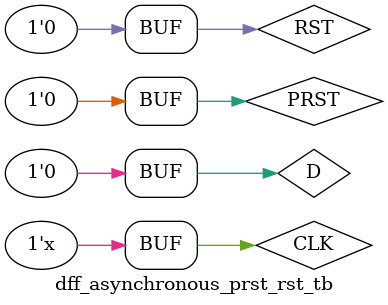
<source format=v>
module dff_asynchronous_prst_rst(
    input d,clk,prst,rst,
    output reg q, output qb
);



always @(posedge clk or posedge prst)
begin
    if(prst)
      q<=1;
    else if(rst)
       q<=0;
    else
      begin
        if(clk)
        begin
          q<=d;
        end  
        else
         begin
            q<=q;
        end
      end
end

assign qb=~q;
endmodule

module dff_asynchronous_prst_rst_tb;
wire Q,QB;
reg CLK,D,PRST,RST;

dff_asynchronous_prst_rst dut(
    .d(D), .clk(CLK), .prst(PRST), .rst(RST),
      .q(Q), .qb(QB)
);
always #5 CLK =~CLK;
initial begin
    CLK=0;D=0;PRST=0;RST=0;
    $monitor("%t) CLK=%B PRST=%B RST =%B D=%B Q=%B QB=%B",$time,CLK,PRST,RST,D,Q,QB);
     #4 PRST=1;
     #6 PRST=0;
     #5 D=0;
     #10 D=1;
     #10 D=0;
     #4 RST=1;
     #6 RST=0;
end

endmodule
</source>
